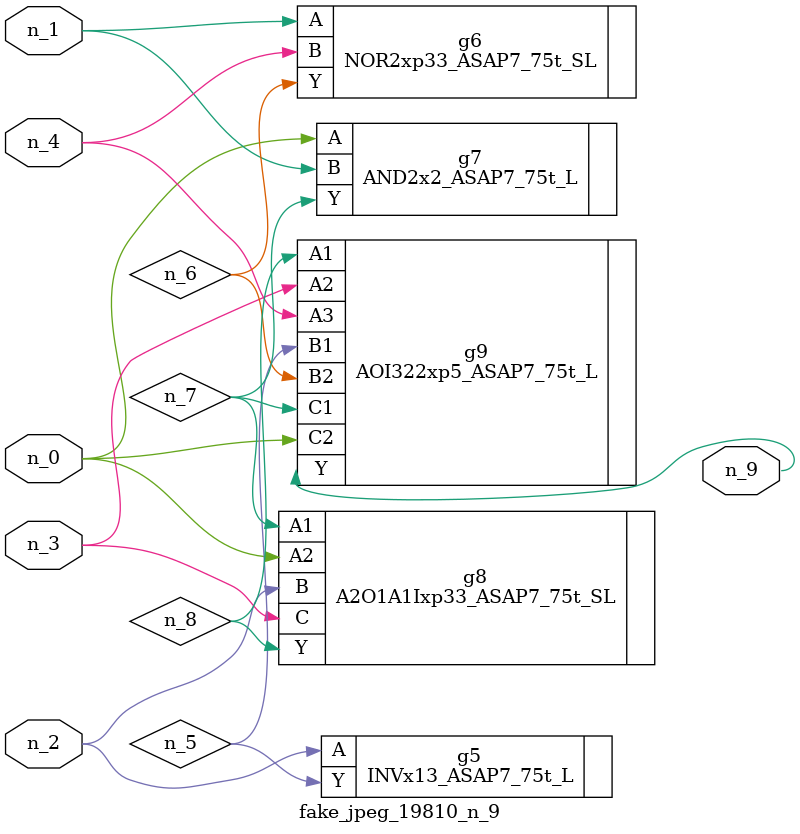
<source format=v>
module fake_jpeg_19810_n_9 (n_3, n_2, n_1, n_0, n_4, n_9);

input n_3;
input n_2;
input n_1;
input n_0;
input n_4;

output n_9;

wire n_8;
wire n_6;
wire n_5;
wire n_7;

INVx13_ASAP7_75t_L g5 ( 
.A(n_2),
.Y(n_5)
);

NOR2xp33_ASAP7_75t_SL g6 ( 
.A(n_1),
.B(n_4),
.Y(n_6)
);

AND2x2_ASAP7_75t_L g7 ( 
.A(n_0),
.B(n_1),
.Y(n_7)
);

A2O1A1Ixp33_ASAP7_75t_SL g8 ( 
.A1(n_7),
.A2(n_0),
.B(n_2),
.C(n_3),
.Y(n_8)
);

AOI322xp5_ASAP7_75t_L g9 ( 
.A1(n_8),
.A2(n_3),
.A3(n_4),
.B1(n_5),
.B2(n_6),
.C1(n_7),
.C2(n_0),
.Y(n_9)
);


endmodule
</source>
